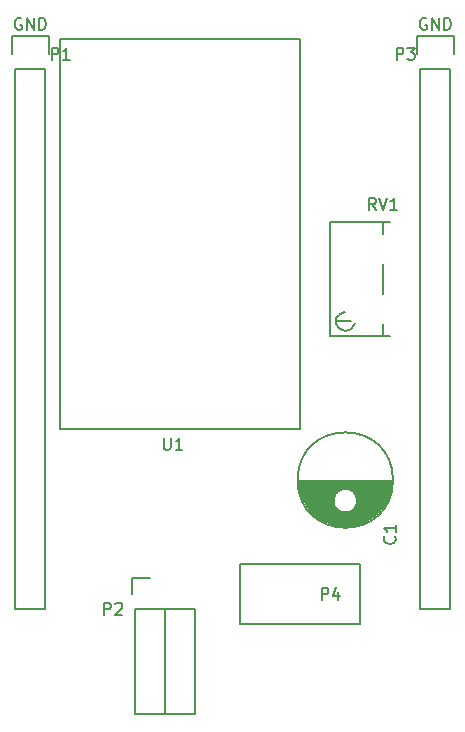
<source format=gbr>
G04 #@! TF.FileFunction,Legend,Top*
%FSLAX46Y46*%
G04 Gerber Fmt 4.6, Leading zero omitted, Abs format (unit mm)*
G04 Created by KiCad (PCBNEW 4.0.3+e1-6302~38~ubuntu16.04.1-stable) date Fri Aug 26 16:59:27 2016*
%MOMM*%
%LPD*%
G01*
G04 APERTURE LIST*
%ADD10C,0.100000*%
%ADD11C,0.150000*%
G04 APERTURE END LIST*
D10*
D11*
X73660000Y-110430000D02*
X73660000Y-101600000D01*
X71120000Y-110430000D02*
X73660000Y-110430000D01*
X71120000Y-101600000D02*
X71120000Y-110430000D01*
X71120000Y-101600000D02*
X73660000Y-101600000D01*
X68580000Y-101600000D02*
X71120000Y-101600000D01*
X69850000Y-98930000D02*
X68300000Y-98930000D01*
X68300000Y-98930000D02*
X68300000Y-100330000D01*
X68580000Y-101600000D02*
X68580000Y-110430000D01*
X68580000Y-110430000D02*
X71120000Y-110430000D01*
X71120000Y-110430000D02*
X71120000Y-101600000D01*
X89535000Y-77470000D02*
X89535000Y-78486000D01*
X89535000Y-72390000D02*
X89535000Y-74930000D01*
X89535000Y-68834000D02*
X89535000Y-69850000D01*
X85598000Y-77216000D02*
X86868000Y-77216000D01*
X86347300Y-76428600D02*
X86093300Y-76466700D01*
X86093300Y-76466700D02*
X85813900Y-76644500D01*
X85813900Y-76644500D02*
X85598000Y-76962000D01*
X85598000Y-76962000D02*
X85585300Y-77406500D01*
X85585300Y-77406500D02*
X85788500Y-77762100D01*
X85788500Y-77762100D02*
X86080600Y-77939900D01*
X86080600Y-77939900D02*
X86398100Y-77990700D01*
X86398100Y-77990700D02*
X86804500Y-77889100D01*
X86804500Y-77889100D02*
X87058500Y-77546200D01*
X87058500Y-77546200D02*
X87147400Y-77368400D01*
X86360000Y-78486000D02*
X85090000Y-78486000D01*
X85090000Y-78486000D02*
X85090000Y-68834000D01*
X85090000Y-68834000D02*
X90170000Y-68834000D01*
X90170000Y-78486000D02*
X87630000Y-78486000D01*
X87630000Y-78486000D02*
X86360000Y-78486000D01*
X62230000Y-53340000D02*
X82550000Y-53340000D01*
X82550000Y-53340000D02*
X82550000Y-86360000D01*
X82550000Y-86360000D02*
X62230000Y-86360000D01*
X62230000Y-86360000D02*
X62230000Y-53340000D01*
X77470000Y-97790000D02*
X87630000Y-97790000D01*
X87630000Y-97790000D02*
X87630000Y-102870000D01*
X87630000Y-102870000D02*
X77470000Y-102870000D01*
X77470000Y-102870000D02*
X77470000Y-97790000D01*
X58420000Y-55880000D02*
X58420000Y-101600000D01*
X58420000Y-101600000D02*
X60960000Y-101600000D01*
X60960000Y-101600000D02*
X60960000Y-55880000D01*
X58140000Y-53060000D02*
X58140000Y-54610000D01*
X58420000Y-55880000D02*
X60960000Y-55880000D01*
X61240000Y-54610000D02*
X61240000Y-53060000D01*
X61240000Y-53060000D02*
X58140000Y-53060000D01*
X92710000Y-55880000D02*
X92710000Y-101600000D01*
X92710000Y-101600000D02*
X95250000Y-101600000D01*
X95250000Y-101600000D02*
X95250000Y-55880000D01*
X92430000Y-53060000D02*
X92430000Y-54610000D01*
X92710000Y-55880000D02*
X95250000Y-55880000D01*
X95530000Y-54610000D02*
X95530000Y-53060000D01*
X95530000Y-53060000D02*
X92430000Y-53060000D01*
X90359000Y-90725000D02*
X82361000Y-90725000D01*
X90354000Y-90865000D02*
X82366000Y-90865000D01*
X90344000Y-91005000D02*
X82376000Y-91005000D01*
X90329000Y-91145000D02*
X82391000Y-91145000D01*
X90309000Y-91285000D02*
X82411000Y-91285000D01*
X90284000Y-91425000D02*
X86582000Y-91425000D01*
X86138000Y-91425000D02*
X82436000Y-91425000D01*
X90254000Y-91565000D02*
X86910000Y-91565000D01*
X85810000Y-91565000D02*
X82466000Y-91565000D01*
X90218000Y-91705000D02*
X87079000Y-91705000D01*
X85641000Y-91705000D02*
X82502000Y-91705000D01*
X90177000Y-91845000D02*
X87192000Y-91845000D01*
X85528000Y-91845000D02*
X82543000Y-91845000D01*
X90131000Y-91985000D02*
X87270000Y-91985000D01*
X85450000Y-91985000D02*
X82589000Y-91985000D01*
X90078000Y-92125000D02*
X87321000Y-92125000D01*
X85399000Y-92125000D02*
X82642000Y-92125000D01*
X90019000Y-92265000D02*
X87351000Y-92265000D01*
X85369000Y-92265000D02*
X82701000Y-92265000D01*
X89954000Y-92405000D02*
X87360000Y-92405000D01*
X85360000Y-92405000D02*
X82766000Y-92405000D01*
X89883000Y-92545000D02*
X87349000Y-92545000D01*
X85371000Y-92545000D02*
X82837000Y-92545000D01*
X89804000Y-92685000D02*
X87319000Y-92685000D01*
X85401000Y-92685000D02*
X82916000Y-92685000D01*
X89717000Y-92825000D02*
X87265000Y-92825000D01*
X85455000Y-92825000D02*
X83003000Y-92825000D01*
X89622000Y-92965000D02*
X87185000Y-92965000D01*
X85535000Y-92965000D02*
X83098000Y-92965000D01*
X89518000Y-93105000D02*
X87069000Y-93105000D01*
X85651000Y-93105000D02*
X83202000Y-93105000D01*
X89404000Y-93245000D02*
X86895000Y-93245000D01*
X85825000Y-93245000D02*
X83316000Y-93245000D01*
X89279000Y-93385000D02*
X86533000Y-93385000D01*
X86187000Y-93385000D02*
X83441000Y-93385000D01*
X89141000Y-93525000D02*
X83579000Y-93525000D01*
X88989000Y-93665000D02*
X83731000Y-93665000D01*
X88819000Y-93805000D02*
X83901000Y-93805000D01*
X88628000Y-93945000D02*
X84092000Y-93945000D01*
X88410000Y-94085000D02*
X84310000Y-94085000D01*
X88154000Y-94225000D02*
X84566000Y-94225000D01*
X87843000Y-94365000D02*
X84877000Y-94365000D01*
X87427000Y-94505000D02*
X85293000Y-94505000D01*
X86560000Y-94645000D02*
X86160000Y-94645000D01*
X87360000Y-92400000D02*
G75*
G03X87360000Y-92400000I-1000000J0D01*
G01*
X90397500Y-90650000D02*
G75*
G03X90397500Y-90650000I-4037500J0D01*
G01*
X65936905Y-102052381D02*
X65936905Y-101052381D01*
X66317858Y-101052381D01*
X66413096Y-101100000D01*
X66460715Y-101147619D01*
X66508334Y-101242857D01*
X66508334Y-101385714D01*
X66460715Y-101480952D01*
X66413096Y-101528571D01*
X66317858Y-101576190D01*
X65936905Y-101576190D01*
X66889286Y-101147619D02*
X66936905Y-101100000D01*
X67032143Y-101052381D01*
X67270239Y-101052381D01*
X67365477Y-101100000D01*
X67413096Y-101147619D01*
X67460715Y-101242857D01*
X67460715Y-101338095D01*
X67413096Y-101480952D01*
X66841667Y-102052381D01*
X67460715Y-102052381D01*
X88939762Y-67762381D02*
X88606428Y-67286190D01*
X88368333Y-67762381D02*
X88368333Y-66762381D01*
X88749286Y-66762381D01*
X88844524Y-66810000D01*
X88892143Y-66857619D01*
X88939762Y-66952857D01*
X88939762Y-67095714D01*
X88892143Y-67190952D01*
X88844524Y-67238571D01*
X88749286Y-67286190D01*
X88368333Y-67286190D01*
X89225476Y-66762381D02*
X89558809Y-67762381D01*
X89892143Y-66762381D01*
X90749286Y-67762381D02*
X90177857Y-67762381D01*
X90463571Y-67762381D02*
X90463571Y-66762381D01*
X90368333Y-66905238D01*
X90273095Y-67000476D01*
X90177857Y-67048095D01*
X70993095Y-87082381D02*
X70993095Y-87891905D01*
X71040714Y-87987143D01*
X71088333Y-88034762D01*
X71183571Y-88082381D01*
X71374048Y-88082381D01*
X71469286Y-88034762D01*
X71516905Y-87987143D01*
X71564524Y-87891905D01*
X71564524Y-87082381D01*
X72564524Y-88082381D02*
X71993095Y-88082381D01*
X72278809Y-88082381D02*
X72278809Y-87082381D01*
X72183571Y-87225238D01*
X72088333Y-87320476D01*
X71993095Y-87368095D01*
X84351905Y-100782381D02*
X84351905Y-99782381D01*
X84732858Y-99782381D01*
X84828096Y-99830000D01*
X84875715Y-99877619D01*
X84923334Y-99972857D01*
X84923334Y-100115714D01*
X84875715Y-100210952D01*
X84828096Y-100258571D01*
X84732858Y-100306190D01*
X84351905Y-100306190D01*
X85780477Y-100115714D02*
X85780477Y-100782381D01*
X85542381Y-99734762D02*
X85304286Y-100449048D01*
X85923334Y-100449048D01*
X61491905Y-55062381D02*
X61491905Y-54062381D01*
X61872858Y-54062381D01*
X61968096Y-54110000D01*
X62015715Y-54157619D01*
X62063334Y-54252857D01*
X62063334Y-54395714D01*
X62015715Y-54490952D01*
X61968096Y-54538571D01*
X61872858Y-54586190D01*
X61491905Y-54586190D01*
X63015715Y-55062381D02*
X62444286Y-55062381D01*
X62730000Y-55062381D02*
X62730000Y-54062381D01*
X62634762Y-54205238D01*
X62539524Y-54300476D01*
X62444286Y-54348095D01*
X58928096Y-51570000D02*
X58832858Y-51522381D01*
X58690001Y-51522381D01*
X58547143Y-51570000D01*
X58451905Y-51665238D01*
X58404286Y-51760476D01*
X58356667Y-51950952D01*
X58356667Y-52093810D01*
X58404286Y-52284286D01*
X58451905Y-52379524D01*
X58547143Y-52474762D01*
X58690001Y-52522381D01*
X58785239Y-52522381D01*
X58928096Y-52474762D01*
X58975715Y-52427143D01*
X58975715Y-52093810D01*
X58785239Y-52093810D01*
X59404286Y-52522381D02*
X59404286Y-51522381D01*
X59975715Y-52522381D01*
X59975715Y-51522381D01*
X60451905Y-52522381D02*
X60451905Y-51522381D01*
X60690000Y-51522381D01*
X60832858Y-51570000D01*
X60928096Y-51665238D01*
X60975715Y-51760476D01*
X61023334Y-51950952D01*
X61023334Y-52093810D01*
X60975715Y-52284286D01*
X60928096Y-52379524D01*
X60832858Y-52474762D01*
X60690000Y-52522381D01*
X60451905Y-52522381D01*
X90701905Y-55062381D02*
X90701905Y-54062381D01*
X91082858Y-54062381D01*
X91178096Y-54110000D01*
X91225715Y-54157619D01*
X91273334Y-54252857D01*
X91273334Y-54395714D01*
X91225715Y-54490952D01*
X91178096Y-54538571D01*
X91082858Y-54586190D01*
X90701905Y-54586190D01*
X91606667Y-54062381D02*
X92225715Y-54062381D01*
X91892381Y-54443333D01*
X92035239Y-54443333D01*
X92130477Y-54490952D01*
X92178096Y-54538571D01*
X92225715Y-54633810D01*
X92225715Y-54871905D01*
X92178096Y-54967143D01*
X92130477Y-55014762D01*
X92035239Y-55062381D01*
X91749524Y-55062381D01*
X91654286Y-55014762D01*
X91606667Y-54967143D01*
X93218096Y-51570000D02*
X93122858Y-51522381D01*
X92980001Y-51522381D01*
X92837143Y-51570000D01*
X92741905Y-51665238D01*
X92694286Y-51760476D01*
X92646667Y-51950952D01*
X92646667Y-52093810D01*
X92694286Y-52284286D01*
X92741905Y-52379524D01*
X92837143Y-52474762D01*
X92980001Y-52522381D01*
X93075239Y-52522381D01*
X93218096Y-52474762D01*
X93265715Y-52427143D01*
X93265715Y-52093810D01*
X93075239Y-52093810D01*
X93694286Y-52522381D02*
X93694286Y-51522381D01*
X94265715Y-52522381D01*
X94265715Y-51522381D01*
X94741905Y-52522381D02*
X94741905Y-51522381D01*
X94980000Y-51522381D01*
X95122858Y-51570000D01*
X95218096Y-51665238D01*
X95265715Y-51760476D01*
X95313334Y-51950952D01*
X95313334Y-52093810D01*
X95265715Y-52284286D01*
X95218096Y-52379524D01*
X95122858Y-52474762D01*
X94980000Y-52522381D01*
X94741905Y-52522381D01*
X90527143Y-95416666D02*
X90574762Y-95464285D01*
X90622381Y-95607142D01*
X90622381Y-95702380D01*
X90574762Y-95845238D01*
X90479524Y-95940476D01*
X90384286Y-95988095D01*
X90193810Y-96035714D01*
X90050952Y-96035714D01*
X89860476Y-95988095D01*
X89765238Y-95940476D01*
X89670000Y-95845238D01*
X89622381Y-95702380D01*
X89622381Y-95607142D01*
X89670000Y-95464285D01*
X89717619Y-95416666D01*
X90622381Y-94464285D02*
X90622381Y-95035714D01*
X90622381Y-94750000D02*
X89622381Y-94750000D01*
X89765238Y-94845238D01*
X89860476Y-94940476D01*
X89908095Y-95035714D01*
M02*

</source>
